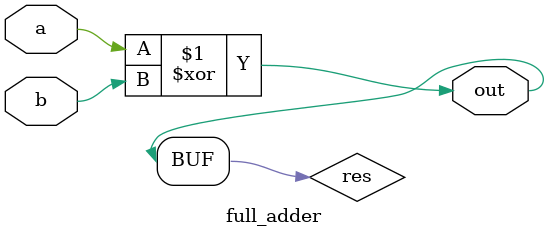
<source format=v>
module full_adder(
    input a,
    input b,
    output out
    );
    
    wire res;

    assign res = a ^ b;

    assign out = res;

endmodule

 

</source>
